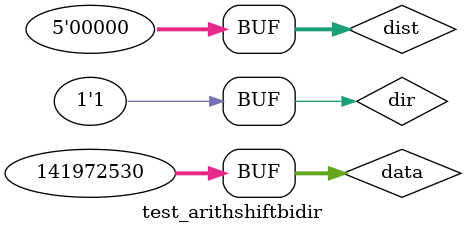
<source format=v>
module test_arithshiftbidir();
   reg  [31:0] data;
   reg  [ 4:0] dist;
   reg         dir;
   wire [31:0] resulta, resultl;
   arithshiftbidir a(dist, data, dir, resulta);
   defparam    a.lpm_shifttype = "ARITHMETIC";
   initial begin
      #0 data = 48; dir = 0; dist = 0;
      $monitor("dir %d dist %2d A %8x", dir, dist, resulta);
      repeat (2) begin
         repeat (32)
           #1 dist = dist + 1;
         data = 32'h98765432;
         dir = ~dir;
      end
      dir = 1;
      data = 32'h08765432;
      repeat (32)
        #1 dist = dist + 1;
   end
endmodule
</source>
